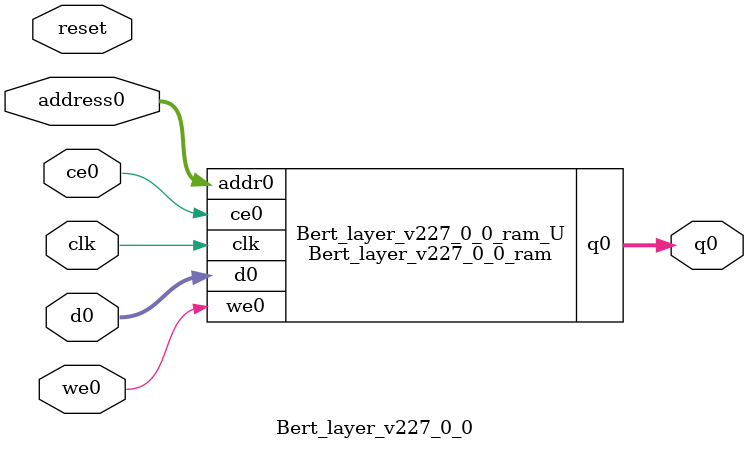
<source format=v>
`timescale 1 ns / 1 ps
module Bert_layer_v227_0_0_ram (addr0, ce0, d0, we0, q0,  clk);

parameter DWIDTH = 32;
parameter AWIDTH = 6;
parameter MEM_SIZE = 64;

input[AWIDTH-1:0] addr0;
input ce0;
input[DWIDTH-1:0] d0;
input we0;
output reg[DWIDTH-1:0] q0;
input clk;

(* ram_style = "block" *)reg [DWIDTH-1:0] ram[0:MEM_SIZE-1];




always @(posedge clk)  
begin 
    if (ce0) begin
        if (we0) 
            ram[addr0] <= d0; 
        q0 <= ram[addr0];
    end
end


endmodule

`timescale 1 ns / 1 ps
module Bert_layer_v227_0_0(
    reset,
    clk,
    address0,
    ce0,
    we0,
    d0,
    q0);

parameter DataWidth = 32'd32;
parameter AddressRange = 32'd64;
parameter AddressWidth = 32'd6;
input reset;
input clk;
input[AddressWidth - 1:0] address0;
input ce0;
input we0;
input[DataWidth - 1:0] d0;
output[DataWidth - 1:0] q0;



Bert_layer_v227_0_0_ram Bert_layer_v227_0_0_ram_U(
    .clk( clk ),
    .addr0( address0 ),
    .ce0( ce0 ),
    .we0( we0 ),
    .d0( d0 ),
    .q0( q0 ));

endmodule


</source>
